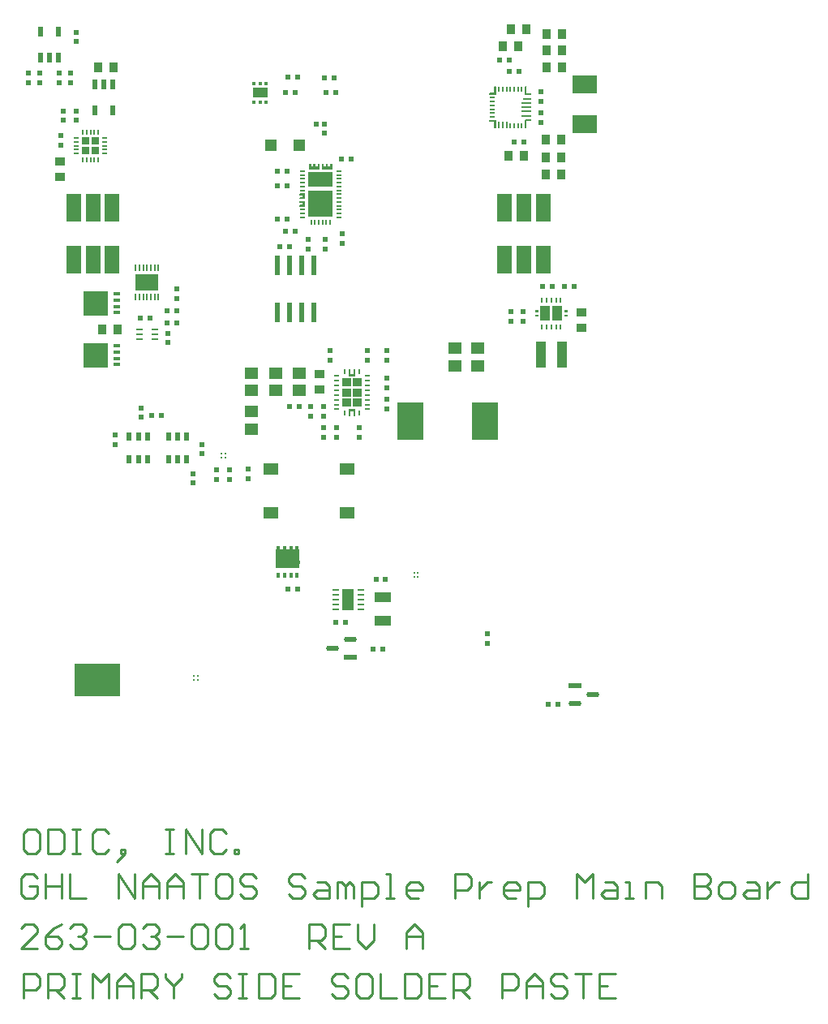
<source format=gtp>
G04*
G04 #@! TF.GenerationSoftware,Altium Limited,Altium Designer,24.9.1 (31)*
G04*
G04 Layer_Color=8421504*
%FSLAX44Y44*%
%MOMM*%
G71*
G04*
G04 #@! TF.SameCoordinates,6C7A866E-41A3-4D12-9BD4-ECE58917465C*
G04*
G04*
G04 #@! TF.FilePolarity,Positive*
G04*
G01*
G75*
%ADD18C,0.2540*%
%ADD19C,0.2000*%
%ADD20R,0.6000X0.9000*%
%ADD21R,0.3000X0.4500*%
%ADD22R,1.6000X1.0000*%
%ADD23R,0.6000X2.0000*%
%ADD24R,0.6000X0.6000*%
%ADD25R,0.6000X0.6000*%
%ADD26R,2.6500X1.5300*%
%ADD27R,2.6500X2.7200*%
%ADD28R,0.6000X0.2000*%
%ADD29R,0.4000X0.2000*%
%ADD30R,0.2000X0.4000*%
%ADD31R,0.2000X0.6000*%
%ADD32R,1.2500X1.2500*%
%ADD33R,1.0000X0.9500*%
%ADD34R,0.2040X0.7064*%
%ADD35R,2.3876X1.7018*%
%ADD36R,0.7112X0.2540*%
%ADD37R,1.3000X2.2000*%
%ADD38R,0.7000X0.4000*%
%ADD39R,2.5100X2.5500*%
%ADD40R,1.8000X1.0000*%
%ADD41R,1.3552X0.5625*%
G04:AMPARAMS|DCode=42|XSize=1.3552mm|YSize=0.5625mm|CornerRadius=0.2812mm|HoleSize=0mm|Usage=FLASHONLY|Rotation=180.000|XOffset=0mm|YOffset=0mm|HoleType=Round|Shape=RoundedRectangle|*
%AMROUNDEDRECTD42*
21,1,1.3552,0.0000,0,0,180.0*
21,1,0.7928,0.5625,0,0,180.0*
1,1,0.5625,-0.3964,0.0000*
1,1,0.5625,0.3964,0.0000*
1,1,0.5625,0.3964,0.0000*
1,1,0.5625,-0.3964,0.0000*
%
%ADD42ROUNDEDRECTD42*%
%ADD43R,0.2400X0.6000*%
%ADD44R,2.5000X1.9000*%
%ADD45R,0.9500X1.0000*%
%ADD46R,2.7500X4.0000*%
%ADD47R,0.6000X0.2400*%
%ADD48R,0.5000X1.0056*%
%ADD49R,1.0000X2.7000*%
%ADD50R,1.4500X1.1500*%
%ADD51R,0.3500X0.5000*%
%ADD52R,1.6000X3.0000*%
%ADD53R,1.5500X1.3000*%
%ADD54R,4.7000X3.4300*%
%ADD55R,0.6000X0.2000*%
%ADD56R,0.2000X0.7000*%
%ADD57R,0.2000X0.6500*%
%ADD58R,0.2000X0.6800*%
%ADD59R,1.0000X0.2000*%
%ADD60R,0.9500X0.2000*%
%ADD61R,0.8000X0.2500*%
%ADD62R,0.7000X0.2500*%
%ADD63R,0.9000X1.0000*%
G36*
X521312Y696188D02*
Y688188D01*
X520812Y687688D01*
X514813D01*
X514313Y688188D01*
Y689188D01*
X514813Y689688D01*
X519313D01*
Y696188D01*
X519813Y696688D01*
X520812D01*
X521312Y696188D01*
D02*
G37*
G36*
X553312Y696188D02*
Y689188D01*
X557812D01*
X558312Y688688D01*
Y687688D01*
X557812Y687188D01*
X551813Y687188D01*
X551312Y687688D01*
X551312Y696188D01*
X551813Y696688D01*
X552812D01*
X553312Y696188D01*
D02*
G37*
G36*
X558312Y661688D02*
Y660688D01*
X557812Y660188D01*
X553312D01*
Y653188D01*
X552812Y652688D01*
X551813D01*
X551312Y653188D01*
X551312Y661688D01*
X551813Y662188D01*
X557812Y662188D01*
X558312Y661688D01*
D02*
G37*
G36*
X520812D02*
X521312Y661188D01*
X521312Y653188D01*
X520812Y652688D01*
X519813D01*
X519313Y653188D01*
Y659688D01*
X514813D01*
X514313Y660188D01*
X514313Y661188D01*
X514813Y661688D01*
X520812Y661688D01*
D02*
G37*
G36*
X107000Y635500D02*
X99000D01*
Y643500D01*
X107000D01*
Y635500D01*
D02*
G37*
G36*
X97000D02*
X89000D01*
Y643500D01*
X97000D01*
Y635500D01*
D02*
G37*
G36*
X107000Y625500D02*
X99000D01*
Y633500D01*
X107000D01*
Y625500D01*
D02*
G37*
G36*
X97000D02*
X89000D01*
Y633500D01*
X97000D01*
Y625500D01*
D02*
G37*
G36*
X350795Y615426D02*
Y610426D01*
X350295Y609926D01*
X339765D01*
X339265Y610426D01*
Y612926D01*
X339265Y615426D01*
X339765Y615926D01*
X340765Y615926D01*
X341265Y615426D01*
X341265Y613176D01*
X341765Y612676D01*
X343265D01*
X343765Y613176D01*
Y615426D01*
X344265Y615926D01*
X345265Y615926D01*
X345765Y615426D01*
X345765Y613176D01*
X346265Y612676D01*
X347765D01*
X348265Y613176D01*
Y615426D01*
X348765Y615926D01*
X350295Y615926D01*
X350795Y615426D01*
D02*
G37*
G36*
X336765Y615926D02*
X337265Y615426D01*
X337265Y612926D01*
Y610426D01*
X336765Y609926D01*
X326235D01*
X325735Y610426D01*
Y615426D01*
X326235Y615926D01*
X327765Y615926D01*
X328265Y615426D01*
Y613176D01*
X328765Y612676D01*
X330265D01*
X330765Y613176D01*
X330765Y615426D01*
X331265Y615926D01*
X332265Y615926D01*
X332765Y615426D01*
Y613176D01*
X333265Y612676D01*
X334765D01*
X335265Y613176D01*
Y615426D01*
X335765Y615926D01*
X336765Y615926D01*
D02*
G37*
G36*
X351015Y605776D02*
Y593276D01*
X350515Y592776D01*
X339815D01*
X339315Y593276D01*
Y605776D01*
X339815Y606276D01*
X350515D01*
X351015Y605776D01*
D02*
G37*
G36*
X337215D02*
Y593276D01*
X336715Y592776D01*
X326015D01*
X325515Y593276D01*
Y605776D01*
X326015Y606276D01*
X336715D01*
X337215Y605776D01*
D02*
G37*
G36*
X322265Y584426D02*
Y579426D01*
X321765Y578926D01*
X316765D01*
X316265Y579426D01*
Y580426D01*
X316765Y580926D01*
X319015Y580926D01*
X319515Y581426D01*
Y582426D01*
X319015Y582926D01*
X316765Y582926D01*
X316265Y583426D01*
Y584426D01*
X316765Y584926D01*
X321765D01*
X322265Y584426D01*
D02*
G37*
G36*
X351015Y586776D02*
Y575776D01*
X350515Y575276D01*
X339815D01*
X339315Y575776D01*
Y586776D01*
X339815Y587276D01*
X350515D01*
X351015Y586776D01*
D02*
G37*
G36*
X337215D02*
Y575776D01*
X336715Y575276D01*
X326015D01*
X325515Y575776D01*
Y586776D01*
X326015Y587276D01*
X336715D01*
X337215Y586776D01*
D02*
G37*
G36*
X322265Y576426D02*
X322265Y571426D01*
X321765Y570926D01*
X316765D01*
X316265Y571426D01*
Y572426D01*
X316765Y572926D01*
X319015Y572926D01*
X319515Y573426D01*
Y574426D01*
X319015Y574926D01*
X316765Y574926D01*
X316265Y575426D01*
Y576426D01*
X316765Y576926D01*
X321765D01*
X322265Y576426D01*
D02*
G37*
G36*
X351015Y572776D02*
Y561776D01*
X350515Y561276D01*
X339815D01*
X339315Y561776D01*
Y572776D01*
X339815Y573276D01*
X350515D01*
X351015Y572776D01*
D02*
G37*
G36*
X337215D02*
Y561776D01*
X336715Y561276D01*
X326015D01*
X325515Y561776D01*
Y572776D01*
X326015Y573276D01*
X336715D01*
X337215Y572776D01*
D02*
G37*
G36*
X115203Y482240D02*
X115295Y482212D01*
X115381Y482167D01*
X115456Y482105D01*
X115517Y482031D01*
X115562Y481945D01*
X115590Y481853D01*
X115600Y481757D01*
Y471493D01*
X115590Y471397D01*
X115562Y471305D01*
X115517Y471219D01*
X115456Y471144D01*
X115381Y471083D01*
X115295Y471038D01*
X115203Y471009D01*
X115106Y471000D01*
X109044D01*
X108947Y471009D01*
X108855Y471038D01*
X108769Y471083D01*
X108695Y471144D01*
X108633Y471219D01*
X108588Y471305D01*
X108560Y471397D01*
X108550Y471493D01*
Y481757D01*
X108560Y481853D01*
X108588Y481945D01*
X108633Y482031D01*
X108695Y482105D01*
X108769Y482167D01*
X108855Y482212D01*
X108947Y482240D01*
X109044Y482250D01*
X115106D01*
X115203Y482240D01*
D02*
G37*
G36*
X106153D02*
X106245Y482212D01*
X106331Y482167D01*
X106405Y482105D01*
X106467Y482031D01*
X106512Y481945D01*
X106540Y481853D01*
X106550Y481757D01*
Y471493D01*
X106540Y471397D01*
X106512Y471305D01*
X106467Y471219D01*
X106405Y471144D01*
X106331Y471083D01*
X106245Y471038D01*
X106153Y471009D01*
X106056Y471000D01*
X99993D01*
X99897Y471009D01*
X99805Y471038D01*
X99719Y471083D01*
X99645Y471144D01*
X99583Y471219D01*
X99538Y471305D01*
X99509Y471397D01*
X99500Y471493D01*
Y481757D01*
X99509Y481853D01*
X99538Y481945D01*
X99583Y482031D01*
X99645Y482105D01*
X99719Y482167D01*
X99805Y482212D01*
X99897Y482240D01*
X99993Y482250D01*
X106056D01*
X106153Y482240D01*
D02*
G37*
G36*
X596000Y461000D02*
X592500D01*
Y463500D01*
X596000D01*
Y461000D01*
D02*
G37*
G36*
X565500D02*
X562000D01*
Y463500D01*
X565500D01*
Y461000D01*
D02*
G37*
G36*
X115203Y468991D02*
X115295Y468963D01*
X115381Y468917D01*
X115456Y468856D01*
X115517Y468781D01*
X115562Y468695D01*
X115590Y468603D01*
X115600Y468507D01*
Y458244D01*
X115590Y458147D01*
X115562Y458055D01*
X115517Y457969D01*
X115456Y457895D01*
X115381Y457833D01*
X115295Y457788D01*
X115203Y457760D01*
X115106Y457750D01*
X109044D01*
X108947Y457760D01*
X108855Y457788D01*
X108769Y457833D01*
X108695Y457895D01*
X108633Y457969D01*
X108588Y458055D01*
X108560Y458147D01*
X108550Y458244D01*
Y468507D01*
X108560Y468603D01*
X108588Y468695D01*
X108633Y468781D01*
X108695Y468856D01*
X108769Y468917D01*
X108855Y468963D01*
X108947Y468991D01*
X109044Y469000D01*
X115106D01*
X115203Y468991D01*
D02*
G37*
G36*
X106153D02*
X106245Y468963D01*
X106331Y468917D01*
X106405Y468856D01*
X106467Y468781D01*
X106512Y468695D01*
X106540Y468603D01*
X106550Y468507D01*
Y458244D01*
X106540Y458147D01*
X106512Y458055D01*
X106467Y457969D01*
X106405Y457895D01*
X106331Y457833D01*
X106245Y457788D01*
X106153Y457760D01*
X106056Y457750D01*
X99993D01*
X99897Y457760D01*
X99805Y457788D01*
X99719Y457833D01*
X99645Y457895D01*
X99583Y457969D01*
X99538Y458055D01*
X99509Y458147D01*
X99500Y458244D01*
Y468507D01*
X99509Y468603D01*
X99538Y468695D01*
X99583Y468781D01*
X99645Y468856D01*
X99719Y468917D01*
X99805Y468963D01*
X99897Y468991D01*
X99993Y469000D01*
X106056D01*
X106153Y468991D01*
D02*
G37*
G36*
X596000Y456000D02*
X592500D01*
Y458500D01*
X596000D01*
Y456000D01*
D02*
G37*
G36*
X565500D02*
X562000D01*
Y458500D01*
X565500D01*
Y456000D01*
D02*
G37*
G36*
X590600Y452250D02*
X580000D01*
Y467250D01*
X590600D01*
Y452250D01*
D02*
G37*
G36*
X578000D02*
X567400D01*
Y467250D01*
X578000D01*
Y452250D01*
D02*
G37*
G36*
X115203Y428241D02*
X115295Y428213D01*
X115381Y428167D01*
X115456Y428106D01*
X115517Y428031D01*
X115562Y427945D01*
X115590Y427853D01*
X115600Y427757D01*
Y417494D01*
X115590Y417397D01*
X115562Y417305D01*
X115517Y417219D01*
X115456Y417145D01*
X115381Y417083D01*
X115295Y417038D01*
X115203Y417010D01*
X115106Y417000D01*
X109044D01*
X108947Y417010D01*
X108855Y417038D01*
X108769Y417083D01*
X108695Y417145D01*
X108633Y417219D01*
X108588Y417305D01*
X108560Y417397D01*
X108550Y417494D01*
Y427757D01*
X108560Y427853D01*
X108588Y427945D01*
X108633Y428031D01*
X108695Y428106D01*
X108769Y428167D01*
X108855Y428213D01*
X108947Y428241D01*
X109044Y428250D01*
X115106D01*
X115203Y428241D01*
D02*
G37*
G36*
X106153D02*
X106245Y428213D01*
X106331Y428167D01*
X106405Y428106D01*
X106467Y428031D01*
X106512Y427945D01*
X106540Y427853D01*
X106550Y427757D01*
Y417494D01*
X106540Y417397D01*
X106512Y417305D01*
X106467Y417219D01*
X106405Y417145D01*
X106331Y417083D01*
X106245Y417038D01*
X106153Y417010D01*
X106056Y417000D01*
X99993D01*
X99897Y417010D01*
X99805Y417038D01*
X99719Y417083D01*
X99645Y417145D01*
X99583Y417219D01*
X99538Y417305D01*
X99509Y417397D01*
X99500Y417494D01*
Y427757D01*
X99509Y427853D01*
X99538Y427945D01*
X99583Y428031D01*
X99645Y428106D01*
X99719Y428167D01*
X99805Y428213D01*
X99897Y428241D01*
X99993Y428250D01*
X106056D01*
X106153Y428241D01*
D02*
G37*
G36*
X115203Y414991D02*
X115295Y414963D01*
X115381Y414917D01*
X115456Y414855D01*
X115517Y414781D01*
X115562Y414695D01*
X115590Y414603D01*
X115600Y414506D01*
Y404244D01*
X115590Y404147D01*
X115562Y404055D01*
X115517Y403969D01*
X115456Y403895D01*
X115381Y403833D01*
X115295Y403788D01*
X115203Y403759D01*
X115106Y403750D01*
X109044D01*
X108947Y403759D01*
X108855Y403788D01*
X108769Y403833D01*
X108695Y403895D01*
X108633Y403969D01*
X108588Y404055D01*
X108560Y404147D01*
X108550Y404244D01*
Y414506D01*
X108560Y414603D01*
X108588Y414695D01*
X108633Y414781D01*
X108695Y414855D01*
X108769Y414917D01*
X108855Y414963D01*
X108947Y414991D01*
X109044Y415000D01*
X115106D01*
X115203Y414991D01*
D02*
G37*
G36*
X106153D02*
X106245Y414963D01*
X106331Y414917D01*
X106405Y414855D01*
X106467Y414781D01*
X106512Y414695D01*
X106540Y414603D01*
X106550Y414506D01*
Y404244D01*
X106540Y404147D01*
X106512Y404055D01*
X106467Y403969D01*
X106405Y403895D01*
X106331Y403833D01*
X106245Y403788D01*
X106153Y403759D01*
X106056Y403750D01*
X99993D01*
X99897Y403759D01*
X99805Y403788D01*
X99719Y403833D01*
X99645Y403895D01*
X99583Y403969D01*
X99538Y404055D01*
X99509Y404147D01*
X99500Y404244D01*
Y414506D01*
X99509Y414603D01*
X99538Y414695D01*
X99583Y414781D01*
X99645Y414855D01*
X99719Y414917D01*
X99805Y414963D01*
X99897Y414991D01*
X99993Y415000D01*
X106056D01*
X106153Y414991D01*
D02*
G37*
G36*
X374749Y401001D02*
Y394251D01*
X374249Y393751D01*
X367749D01*
X367249Y394251D01*
Y401001D01*
X367749Y401501D01*
X368749D01*
X369249Y401001D01*
Y396251D01*
X372749D01*
Y401001D01*
X373249Y401501D01*
X374249D01*
X374749Y401001D01*
D02*
G37*
G36*
X380789Y391740D02*
X380885Y391711D01*
X380973Y391664D01*
X381051Y391601D01*
X381114Y391523D01*
X381161Y391435D01*
X381190Y391339D01*
X381200Y391240D01*
Y383760D01*
X381190Y383661D01*
X381161Y383565D01*
X381114Y383477D01*
X381051Y383399D01*
X380973Y383336D01*
X380885Y383289D01*
X380789Y383260D01*
X380690Y383250D01*
X372510D01*
X372411Y383260D01*
X372315Y383289D01*
X372227Y383336D01*
X372149Y383399D01*
X372086Y383477D01*
X372039Y383565D01*
X372010Y383661D01*
X372000Y383760D01*
Y391240D01*
X372010Y391339D01*
X372039Y391435D01*
X372086Y391523D01*
X372149Y391601D01*
X372227Y391664D01*
X372315Y391711D01*
X372411Y391740D01*
X372510Y391750D01*
X380690D01*
X380789Y391740D01*
D02*
G37*
G36*
X369590D02*
X369685Y391711D01*
X369773Y391664D01*
X369851Y391601D01*
X369914Y391523D01*
X369961Y391435D01*
X369990Y391339D01*
X370000Y391240D01*
Y383760D01*
X369990Y383661D01*
X369961Y383565D01*
X369914Y383477D01*
X369851Y383399D01*
X369773Y383336D01*
X369685Y383289D01*
X369590Y383260D01*
X369490Y383250D01*
X361310D01*
X361211Y383260D01*
X361115Y383289D01*
X361027Y383336D01*
X360949Y383399D01*
X360886Y383477D01*
X360839Y383565D01*
X360810Y383661D01*
X360800Y383760D01*
Y391240D01*
X360810Y391339D01*
X360839Y391435D01*
X360886Y391523D01*
X360949Y391601D01*
X361027Y391664D01*
X361115Y391711D01*
X361211Y391740D01*
X361310Y391750D01*
X369490D01*
X369590Y391740D01*
D02*
G37*
G36*
X380789Y381240D02*
X380885Y381211D01*
X380973Y381164D01*
X381051Y381101D01*
X381114Y381023D01*
X381161Y380935D01*
X381190Y380839D01*
X381200Y380740D01*
Y373260D01*
X381190Y373161D01*
X381161Y373065D01*
X381114Y372977D01*
X381051Y372899D01*
X380973Y372836D01*
X380885Y372789D01*
X380789Y372760D01*
X380690Y372750D01*
X372510D01*
X372411Y372760D01*
X372315Y372789D01*
X372227Y372836D01*
X372149Y372899D01*
X372086Y372977D01*
X372039Y373065D01*
X372010Y373161D01*
X372000Y373260D01*
Y380740D01*
X372010Y380839D01*
X372039Y380935D01*
X372086Y381023D01*
X372149Y381101D01*
X372227Y381164D01*
X372315Y381211D01*
X372411Y381240D01*
X372510Y381250D01*
X380690D01*
X380789Y381240D01*
D02*
G37*
G36*
X369590D02*
X369685Y381211D01*
X369773Y381164D01*
X369851Y381101D01*
X369914Y381023D01*
X369961Y380935D01*
X369990Y380839D01*
X370000Y380740D01*
Y373260D01*
X369990Y373161D01*
X369961Y373065D01*
X369914Y372977D01*
X369851Y372899D01*
X369773Y372836D01*
X369685Y372789D01*
X369590Y372760D01*
X369490Y372750D01*
X361310D01*
X361211Y372760D01*
X361115Y372789D01*
X361027Y372836D01*
X360949Y372899D01*
X360886Y372977D01*
X360839Y373065D01*
X360810Y373161D01*
X360800Y373260D01*
Y380740D01*
X360810Y380839D01*
X360839Y380935D01*
X360886Y381023D01*
X360949Y381101D01*
X361027Y381164D01*
X361115Y381211D01*
X361211Y381240D01*
X361310Y381250D01*
X369490D01*
X369590Y381240D01*
D02*
G37*
G36*
X380789Y370740D02*
X380885Y370711D01*
X380973Y370664D01*
X381051Y370601D01*
X381114Y370523D01*
X381161Y370435D01*
X381190Y370339D01*
X381200Y370240D01*
Y362760D01*
X381190Y362660D01*
X381161Y362565D01*
X381114Y362477D01*
X381051Y362399D01*
X380973Y362336D01*
X380885Y362289D01*
X380789Y362260D01*
X380690Y362250D01*
X372510D01*
X372411Y362260D01*
X372315Y362289D01*
X372227Y362336D01*
X372149Y362399D01*
X372086Y362477D01*
X372039Y362565D01*
X372010Y362660D01*
X372000Y362760D01*
Y370240D01*
X372010Y370339D01*
X372039Y370435D01*
X372086Y370523D01*
X372149Y370601D01*
X372227Y370664D01*
X372315Y370711D01*
X372411Y370740D01*
X372510Y370750D01*
X380690D01*
X380789Y370740D01*
D02*
G37*
G36*
X369590D02*
X369685Y370711D01*
X369773Y370664D01*
X369851Y370601D01*
X369914Y370523D01*
X369961Y370435D01*
X369990Y370339D01*
X370000Y370240D01*
Y362760D01*
X369990Y362660D01*
X369961Y362565D01*
X369914Y362477D01*
X369851Y362399D01*
X369773Y362336D01*
X369685Y362289D01*
X369590Y362260D01*
X369490Y362250D01*
X361310D01*
X361211Y362260D01*
X361115Y362289D01*
X361027Y362336D01*
X360949Y362399D01*
X360886Y362477D01*
X360839Y362565D01*
X360810Y362660D01*
X360800Y362760D01*
Y370240D01*
X360810Y370339D01*
X360839Y370435D01*
X360886Y370523D01*
X360949Y370601D01*
X361027Y370664D01*
X361115Y370711D01*
X361211Y370740D01*
X361310Y370750D01*
X369490D01*
X369590Y370740D01*
D02*
G37*
G36*
X374749Y359749D02*
Y352999D01*
X374249Y352499D01*
X373249D01*
X372749Y352999D01*
Y357749D01*
X369249D01*
Y352999D01*
X368749Y352499D01*
X367749D01*
X367249Y352999D01*
Y359749D01*
X367749Y360249D01*
X374249D01*
X374749Y359749D01*
D02*
G37*
G36*
X316250Y201750D02*
X317000D01*
Y198250D01*
X316250D01*
Y193750D01*
X291750D01*
Y198250D01*
X291000D01*
Y201750D01*
X291750D01*
Y213500D01*
X316250D01*
Y201750D01*
D02*
G37*
D18*
X28364Y-255180D02*
Y-229788D01*
X41060D01*
X45292Y-234021D01*
Y-242484D01*
X41060Y-246716D01*
X28364D01*
X53756Y-255180D02*
Y-229788D01*
X66452D01*
X70684Y-234021D01*
Y-242484D01*
X66452Y-246716D01*
X53756D01*
X62220D02*
X70684Y-255180D01*
X79148Y-229788D02*
X87612D01*
X83380D01*
Y-255180D01*
X79148D01*
X87612D01*
X100308D02*
Y-229788D01*
X108772Y-238253D01*
X117235Y-229788D01*
Y-255180D01*
X125699D02*
Y-238253D01*
X134163Y-229788D01*
X142627Y-238253D01*
Y-255180D01*
Y-242484D01*
X125699D01*
X151091Y-255180D02*
Y-229788D01*
X163787D01*
X168019Y-234021D01*
Y-242484D01*
X163787Y-246716D01*
X151091D01*
X159555D02*
X168019Y-255180D01*
X176483Y-229788D02*
Y-234021D01*
X184947Y-242484D01*
X193411Y-234021D01*
Y-229788D01*
X184947Y-242484D02*
Y-255180D01*
X244195Y-234021D02*
X239963Y-229788D01*
X231499D01*
X227267Y-234021D01*
Y-238253D01*
X231499Y-242484D01*
X239963D01*
X244195Y-246716D01*
Y-250948D01*
X239963Y-255180D01*
X231499D01*
X227267Y-250948D01*
X252658Y-229788D02*
X261122D01*
X256890D01*
Y-255180D01*
X252658D01*
X261122D01*
X273818Y-229788D02*
Y-255180D01*
X286514D01*
X290746Y-250948D01*
Y-234021D01*
X286514Y-229788D01*
X273818D01*
X316138D02*
X299210D01*
Y-255180D01*
X316138D01*
X299210Y-242484D02*
X307674D01*
X366922Y-234021D02*
X362690Y-229788D01*
X354226D01*
X349994Y-234021D01*
Y-238253D01*
X354226Y-242484D01*
X362690D01*
X366922Y-246716D01*
Y-250948D01*
X362690Y-255180D01*
X354226D01*
X349994Y-250948D01*
X388081Y-229788D02*
X379617D01*
X375385Y-234021D01*
Y-250948D01*
X379617Y-255180D01*
X388081D01*
X392313Y-250948D01*
Y-234021D01*
X388081Y-229788D01*
X400777D02*
Y-255180D01*
X417705D01*
X426169Y-229788D02*
Y-255180D01*
X438865D01*
X443097Y-250948D01*
Y-234021D01*
X438865Y-229788D01*
X426169D01*
X468489D02*
X451561D01*
Y-255180D01*
X468489D01*
X451561Y-242484D02*
X460025D01*
X476953Y-255180D02*
Y-229788D01*
X489649D01*
X493880Y-234021D01*
Y-242484D01*
X489649Y-246716D01*
X476953D01*
X485416D02*
X493880Y-255180D01*
X527736D02*
Y-229788D01*
X540432D01*
X544664Y-234021D01*
Y-242484D01*
X540432Y-246716D01*
X527736D01*
X553128Y-255180D02*
Y-238253D01*
X561592Y-229788D01*
X570056Y-238253D01*
Y-255180D01*
Y-242484D01*
X553128D01*
X595448Y-234021D02*
X591216Y-229788D01*
X582752D01*
X578520Y-234021D01*
Y-238253D01*
X582752Y-242484D01*
X591216D01*
X595448Y-246716D01*
Y-250948D01*
X591216Y-255180D01*
X582752D01*
X578520Y-250948D01*
X603912Y-229788D02*
X620839D01*
X612375D01*
Y-255180D01*
X646231Y-229788D02*
X629303D01*
Y-255180D01*
X646231D01*
X629303Y-242484D02*
X637767D01*
X40860Y-78511D02*
X32396D01*
X28164Y-82743D01*
Y-99670D01*
X32396Y-103902D01*
X40860D01*
X45092Y-99670D01*
Y-82743D01*
X40860Y-78511D01*
X53556D02*
Y-103902D01*
X66252D01*
X70484Y-99670D01*
Y-82743D01*
X66252Y-78511D01*
X53556D01*
X78948D02*
X87412D01*
X83180D01*
Y-103902D01*
X78948D01*
X87412D01*
X117036Y-82743D02*
X112803Y-78511D01*
X104340D01*
X100108Y-82743D01*
Y-99670D01*
X104340Y-103902D01*
X112803D01*
X117036Y-99670D01*
X129731Y-108134D02*
X133963Y-103902D01*
Y-99670D01*
X129731D01*
Y-103902D01*
X133963D01*
X129731Y-108134D01*
X125499Y-112366D01*
X176283Y-78511D02*
X184747D01*
X180515D01*
Y-103902D01*
X176283D01*
X184747D01*
X197443D02*
Y-78511D01*
X214371Y-103902D01*
Y-78511D01*
X239762Y-82743D02*
X235530Y-78511D01*
X227067D01*
X222835Y-82743D01*
Y-99670D01*
X227067Y-103902D01*
X235530D01*
X239762Y-99670D01*
X248226Y-103902D02*
Y-99670D01*
X252458D01*
Y-103902D01*
X248226D01*
X42345Y-129868D02*
X38114Y-125636D01*
X29650D01*
X25418Y-129868D01*
Y-146796D01*
X29650Y-151028D01*
X38114D01*
X42345Y-146796D01*
Y-138332D01*
X33882D01*
X50809Y-125636D02*
Y-151028D01*
Y-138332D01*
X67737D01*
Y-125636D01*
Y-151028D01*
X76201Y-125636D02*
Y-151028D01*
X93129D01*
X126985D02*
Y-125636D01*
X143913Y-151028D01*
Y-125636D01*
X152377Y-151028D02*
Y-134100D01*
X160841Y-125636D01*
X169305Y-134100D01*
Y-151028D01*
Y-138332D01*
X152377D01*
X177768Y-151028D02*
Y-134100D01*
X186232Y-125636D01*
X194696Y-134100D01*
Y-151028D01*
Y-138332D01*
X177768D01*
X203160Y-125636D02*
X220088D01*
X211624D01*
Y-151028D01*
X241248Y-125636D02*
X232784D01*
X228552Y-129868D01*
Y-146796D01*
X232784Y-151028D01*
X241248D01*
X245480Y-146796D01*
Y-129868D01*
X241248Y-125636D01*
X270872Y-129868D02*
X266640Y-125636D01*
X258176D01*
X253944Y-129868D01*
Y-134100D01*
X258176Y-138332D01*
X266640D01*
X270872Y-142564D01*
Y-146796D01*
X266640Y-151028D01*
X258176D01*
X253944Y-146796D01*
X321655Y-129868D02*
X317423Y-125636D01*
X308959D01*
X304727Y-129868D01*
Y-134100D01*
X308959Y-138332D01*
X317423D01*
X321655Y-142564D01*
Y-146796D01*
X317423Y-151028D01*
X308959D01*
X304727Y-146796D01*
X334351Y-134100D02*
X342815D01*
X347047Y-138332D01*
Y-151028D01*
X334351D01*
X330119Y-146796D01*
X334351Y-142564D01*
X347047D01*
X355511Y-151028D02*
Y-134100D01*
X359743D01*
X363975Y-138332D01*
Y-151028D01*
Y-138332D01*
X368207Y-134100D01*
X372439Y-138332D01*
Y-151028D01*
X380903Y-159492D02*
Y-134100D01*
X393599D01*
X397831Y-138332D01*
Y-146796D01*
X393599Y-151028D01*
X380903D01*
X406295D02*
X414759D01*
X410527D01*
Y-125636D01*
X406295D01*
X440150Y-151028D02*
X431686D01*
X427454Y-146796D01*
Y-138332D01*
X431686Y-134100D01*
X440150D01*
X444382Y-138332D01*
Y-142564D01*
X427454D01*
X478238Y-151028D02*
Y-125636D01*
X490934D01*
X495166Y-129868D01*
Y-138332D01*
X490934Y-142564D01*
X478238D01*
X503630Y-134100D02*
Y-151028D01*
Y-142564D01*
X507862Y-138332D01*
X512094Y-134100D01*
X516326D01*
X541717Y-151028D02*
X533254D01*
X529022Y-146796D01*
Y-138332D01*
X533254Y-134100D01*
X541717D01*
X545950Y-138332D01*
Y-142564D01*
X529022D01*
X554413Y-159492D02*
Y-134100D01*
X567109D01*
X571341Y-138332D01*
Y-146796D01*
X567109Y-151028D01*
X554413D01*
X605197D02*
Y-125636D01*
X613661Y-134100D01*
X622125Y-125636D01*
Y-151028D01*
X634821Y-134100D02*
X643285D01*
X647517Y-138332D01*
Y-151028D01*
X634821D01*
X630589Y-146796D01*
X634821Y-142564D01*
X647517D01*
X655981Y-151028D02*
X664445D01*
X660213D01*
Y-134100D01*
X655981D01*
X677140Y-151028D02*
Y-134100D01*
X689836D01*
X694068Y-138332D01*
Y-151028D01*
X727924Y-125636D02*
Y-151028D01*
X740620D01*
X744852Y-146796D01*
Y-142564D01*
X740620Y-138332D01*
X727924D01*
X740620D01*
X744852Y-134100D01*
Y-129868D01*
X740620Y-125636D01*
X727924D01*
X757548Y-151028D02*
X766012D01*
X770244Y-146796D01*
Y-138332D01*
X766012Y-134100D01*
X757548D01*
X753316Y-138332D01*
Y-146796D01*
X757548Y-151028D01*
X782940Y-134100D02*
X791404D01*
X795636Y-138332D01*
Y-151028D01*
X782940D01*
X778708Y-146796D01*
X782940Y-142564D01*
X795636D01*
X804099Y-134100D02*
Y-151028D01*
Y-142564D01*
X808331Y-138332D01*
X812563Y-134100D01*
X816795D01*
X846419Y-125636D02*
Y-151028D01*
X833723D01*
X829491Y-146796D01*
Y-138332D01*
X833723Y-134100D01*
X846419D01*
X42732Y-203110D02*
X25804D01*
X42732Y-186182D01*
Y-181950D01*
X38500Y-177719D01*
X30036D01*
X25804Y-181950D01*
X68124Y-177719D02*
X59660Y-181950D01*
X51196Y-190415D01*
Y-198878D01*
X55428Y-203110D01*
X63892D01*
X68124Y-198878D01*
Y-194646D01*
X63892Y-190415D01*
X51196D01*
X76588Y-181950D02*
X80820Y-177719D01*
X89284D01*
X93516Y-181950D01*
Y-186182D01*
X89284Y-190415D01*
X85052D01*
X89284D01*
X93516Y-194646D01*
Y-198878D01*
X89284Y-203110D01*
X80820D01*
X76588Y-198878D01*
X101980Y-190415D02*
X118907D01*
X127371Y-181950D02*
X131603Y-177719D01*
X140067D01*
X144299Y-181950D01*
Y-198878D01*
X140067Y-203110D01*
X131603D01*
X127371Y-198878D01*
Y-181950D01*
X152763D02*
X156995Y-177719D01*
X165459D01*
X169691Y-181950D01*
Y-186182D01*
X165459Y-190415D01*
X161227D01*
X165459D01*
X169691Y-194646D01*
Y-198878D01*
X165459Y-203110D01*
X156995D01*
X152763Y-198878D01*
X178155Y-190415D02*
X195083D01*
X203547Y-181950D02*
X207779Y-177719D01*
X216243D01*
X220475Y-181950D01*
Y-198878D01*
X216243Y-203110D01*
X207779D01*
X203547Y-198878D01*
Y-181950D01*
X228939D02*
X233171Y-177719D01*
X241634D01*
X245866Y-181950D01*
Y-198878D01*
X241634Y-203110D01*
X233171D01*
X228939Y-198878D01*
Y-181950D01*
X254330Y-203110D02*
X262794D01*
X258562D01*
Y-177719D01*
X254330Y-181950D01*
X326274Y-203110D02*
Y-177719D01*
X338970D01*
X343202Y-181950D01*
Y-190415D01*
X338970Y-194646D01*
X326274D01*
X334738D02*
X343202Y-203110D01*
X368593Y-177719D02*
X351666D01*
Y-203110D01*
X368593D01*
X351666Y-190415D02*
X360130D01*
X377057Y-177719D02*
Y-194646D01*
X385521Y-203110D01*
X393985Y-194646D01*
Y-177719D01*
X427841Y-203110D02*
Y-186182D01*
X436305Y-177719D01*
X444769Y-186182D01*
Y-203110D01*
Y-190415D01*
X427841D01*
D19*
X210000Y77000D02*
D03*
X206000D02*
D03*
X210000Y81000D02*
D03*
X206000D02*
D03*
X235000Y313000D02*
D03*
X239000D02*
D03*
X235000Y309000D02*
D03*
X239000D02*
D03*
X435999Y189000D02*
D03*
X440000D02*
D03*
X435999Y185000D02*
D03*
X440000D02*
D03*
D20*
X138500Y331000D02*
D03*
X148000D02*
D03*
X157500D02*
D03*
Y307000D02*
D03*
X148000D02*
D03*
X138500D02*
D03*
X179500Y331000D02*
D03*
X189000D02*
D03*
X198500D02*
D03*
Y307000D02*
D03*
X189000D02*
D03*
X179500D02*
D03*
D21*
X275000Y699750D02*
D03*
Y680250D02*
D03*
X281500Y699750D02*
D03*
Y680250D02*
D03*
X268500Y699750D02*
D03*
Y680250D02*
D03*
D22*
X275000Y690000D02*
D03*
D23*
X306000Y510000D02*
D03*
X318700D02*
D03*
X306000Y461000D02*
D03*
X318700D02*
D03*
X293300Y510000D02*
D03*
X331400D02*
D03*
X293300Y461000D02*
D03*
X331400D02*
D03*
D24*
X306000Y529000D02*
D03*
X296000D02*
D03*
X312000Y545000D02*
D03*
X302000D02*
D03*
X370000Y621000D02*
D03*
X360000D02*
D03*
X303265Y592926D02*
D03*
X293265D02*
D03*
X178000Y462000D02*
D03*
X188000D02*
D03*
X162000Y353000D02*
D03*
X172000D02*
D03*
X150000Y455000D02*
D03*
X160000D02*
D03*
X396000Y182000D02*
D03*
X406000D02*
D03*
X354000Y137000D02*
D03*
X364000D02*
D03*
X403000Y109000D02*
D03*
X393000D02*
D03*
X352000Y705000D02*
D03*
X342000D02*
D03*
X304000Y706000D02*
D03*
X314000D02*
D03*
X550312Y638688D02*
D03*
X540312D02*
D03*
X525312Y723688D02*
D03*
X535312D02*
D03*
X293250Y558000D02*
D03*
X303250D02*
D03*
X302000Y690000D02*
D03*
X312000D02*
D03*
X354000D02*
D03*
X344000D02*
D03*
X293265Y607926D02*
D03*
X303265D02*
D03*
X316000Y362000D02*
D03*
X306000D02*
D03*
X593000Y487500D02*
D03*
X603000D02*
D03*
X570000D02*
D03*
X580000D02*
D03*
X304000Y172000D02*
D03*
X314000D02*
D03*
X586000Y52000D02*
D03*
X576000D02*
D03*
X535312Y711688D02*
D03*
X545312D02*
D03*
X178000Y450000D02*
D03*
X188000D02*
D03*
D25*
X361000Y543000D02*
D03*
Y533000D02*
D03*
X67000Y645000D02*
D03*
Y635000D02*
D03*
X83000Y753000D02*
D03*
Y743000D02*
D03*
X188000Y485000D02*
D03*
Y475000D02*
D03*
X230000Y296000D02*
D03*
Y286000D02*
D03*
X243000Y296000D02*
D03*
Y286000D02*
D03*
X263000Y297000D02*
D03*
Y287000D02*
D03*
X512000Y125000D02*
D03*
Y115000D02*
D03*
X205000Y292500D02*
D03*
Y282500D02*
D03*
X214000Y313000D02*
D03*
Y323000D02*
D03*
X151000Y351000D02*
D03*
Y361000D02*
D03*
X124000Y323000D02*
D03*
Y333000D02*
D03*
X537000Y451500D02*
D03*
Y461500D02*
D03*
X33000Y710000D02*
D03*
Y700000D02*
D03*
X65000Y710000D02*
D03*
Y700000D02*
D03*
X343000Y537000D02*
D03*
Y527000D02*
D03*
X325000Y537000D02*
D03*
Y527000D02*
D03*
X45000Y700000D02*
D03*
Y710000D02*
D03*
X77000Y700000D02*
D03*
Y710000D02*
D03*
X342500Y657000D02*
D03*
Y648000D02*
D03*
X333500Y657000D02*
D03*
X407000Y392000D02*
D03*
Y382000D02*
D03*
Y370000D02*
D03*
Y360000D02*
D03*
X328000Y352000D02*
D03*
Y362000D02*
D03*
X379000Y330000D02*
D03*
Y340000D02*
D03*
X550000Y461500D02*
D03*
Y451500D02*
D03*
X407000Y421000D02*
D03*
Y411000D02*
D03*
X341000Y340000D02*
D03*
Y330000D02*
D03*
Y362000D02*
D03*
Y352000D02*
D03*
X355000Y340000D02*
D03*
Y330000D02*
D03*
X387000Y411000D02*
D03*
Y421000D02*
D03*
X348000D02*
D03*
Y411000D02*
D03*
X70000Y671000D02*
D03*
Y661000D02*
D03*
X83000D02*
D03*
Y671000D02*
D03*
X568312Y668688D02*
D03*
Y658688D02*
D03*
Y680688D02*
D03*
Y690688D02*
D03*
X179000Y429000D02*
D03*
Y439000D02*
D03*
D26*
X338265Y599526D02*
D03*
D27*
Y574276D02*
D03*
D28*
X319265Y559926D02*
D03*
Y563926D02*
D03*
Y567926D02*
D03*
Y587926D02*
D03*
Y591926D02*
D03*
Y595926D02*
D03*
Y599926D02*
D03*
Y603926D02*
D03*
Y607926D02*
D03*
X357265D02*
D03*
Y603926D02*
D03*
Y599926D02*
D03*
Y595926D02*
D03*
Y591926D02*
D03*
Y587926D02*
D03*
Y583926D02*
D03*
Y579926D02*
D03*
Y575926D02*
D03*
Y571926D02*
D03*
Y567926D02*
D03*
Y563926D02*
D03*
Y559926D02*
D03*
X112500Y630500D02*
D03*
X83500Y634500D02*
D03*
X112500D02*
D03*
X83500Y638500D02*
D03*
X112500D02*
D03*
X83500Y630500D02*
D03*
Y642500D02*
D03*
X112500D02*
D03*
X83500Y626500D02*
D03*
X112500D02*
D03*
D29*
X320265Y571926D02*
D03*
Y575926D02*
D03*
Y579926D02*
D03*
Y583926D02*
D03*
D30*
X327265Y611926D02*
D03*
X331765D02*
D03*
X336265D02*
D03*
X340265D02*
D03*
X344765D02*
D03*
X349265D02*
D03*
D31*
X348265Y554926D02*
D03*
X344265D02*
D03*
X340265D02*
D03*
X336265D02*
D03*
X332265D02*
D03*
X328265D02*
D03*
X98000Y649000D02*
D03*
Y620000D02*
D03*
X94000Y649000D02*
D03*
X102000D02*
D03*
X94000Y620000D02*
D03*
X102000D02*
D03*
X90000Y649000D02*
D03*
X106000D02*
D03*
X90000Y620000D02*
D03*
X106000D02*
D03*
X548312Y693688D02*
D03*
X544313D02*
D03*
X540312D02*
D03*
X536312D02*
D03*
X532313D02*
D03*
X528312D02*
D03*
X524313D02*
D03*
X536312Y655688D02*
D03*
X540312D02*
D03*
X544313D02*
D03*
X548312D02*
D03*
D32*
X316000Y635000D02*
D03*
X286000D02*
D03*
D33*
X66000Y602000D02*
D03*
Y618000D02*
D03*
X337000Y396000D02*
D03*
Y380000D02*
D03*
X611000Y460500D02*
D03*
Y444500D02*
D03*
D34*
X169000Y506962D02*
D03*
X165000D02*
D03*
X161000D02*
D03*
X157000D02*
D03*
X153000D02*
D03*
X149000D02*
D03*
X145000D02*
D03*
Y477038D02*
D03*
X149000D02*
D03*
X153000D02*
D03*
X157000D02*
D03*
X161000D02*
D03*
X165000D02*
D03*
X169000D02*
D03*
D35*
X157000Y492000D02*
D03*
D36*
X379908Y151000D02*
D03*
Y156000D02*
D03*
Y161000D02*
D03*
Y166000D02*
D03*
Y171000D02*
D03*
X354000D02*
D03*
Y166000D02*
D03*
Y161000D02*
D03*
Y156000D02*
D03*
Y151000D02*
D03*
D37*
X366954Y161000D02*
D03*
D38*
X125500Y406250D02*
D03*
Y412750D02*
D03*
Y419250D02*
D03*
Y425750D02*
D03*
X94500D02*
D03*
Y419250D02*
D03*
Y412750D02*
D03*
Y466750D02*
D03*
Y473250D02*
D03*
Y479750D02*
D03*
X125500D02*
D03*
Y473250D02*
D03*
Y466750D02*
D03*
Y460250D02*
D03*
D39*
X103550Y416000D02*
D03*
Y470000D02*
D03*
D40*
X403000Y138500D02*
D03*
Y163500D02*
D03*
D41*
X369255Y100500D02*
D03*
X603745Y71500D02*
D03*
D42*
X369255Y119500D02*
D03*
X350745Y110000D02*
D03*
X603745Y52500D02*
D03*
X622255Y62000D02*
D03*
D43*
X569000Y445750D02*
D03*
X574000D02*
D03*
X579000D02*
D03*
X584000D02*
D03*
X589000D02*
D03*
Y473750D02*
D03*
X584000D02*
D03*
X579000D02*
D03*
X574000D02*
D03*
X569000D02*
D03*
X363499Y355500D02*
D03*
Y398500D02*
D03*
X378499D02*
D03*
Y355500D02*
D03*
D44*
X614313Y657188D02*
D03*
Y698188D02*
D03*
D45*
X550313Y623688D02*
D03*
X534313D02*
D03*
X106000Y716000D02*
D03*
X122000D02*
D03*
X537000Y756000D02*
D03*
X553000D02*
D03*
X528312Y738688D02*
D03*
X544313D02*
D03*
X589313Y640688D02*
D03*
X573312D02*
D03*
X589313Y622688D02*
D03*
X573312D02*
D03*
X589313Y604688D02*
D03*
X573312D02*
D03*
X590312Y733688D02*
D03*
X574313D02*
D03*
X590312Y716687D02*
D03*
X574313D02*
D03*
X590312Y750687D02*
D03*
X574313D02*
D03*
D46*
X432250Y347000D02*
D03*
X509750D02*
D03*
D47*
X354500Y359501D02*
D03*
Y364501D02*
D03*
Y369501D02*
D03*
Y374501D02*
D03*
Y379501D02*
D03*
Y384501D02*
D03*
Y389501D02*
D03*
Y394501D02*
D03*
X387500D02*
D03*
Y389501D02*
D03*
Y384501D02*
D03*
Y379501D02*
D03*
Y374501D02*
D03*
Y369501D02*
D03*
Y364501D02*
D03*
Y359501D02*
D03*
D48*
X45500Y726472D02*
D03*
X55000D02*
D03*
X64500D02*
D03*
Y753528D02*
D03*
X45500D02*
D03*
X121500Y671472D02*
D03*
X102500D02*
D03*
Y698528D02*
D03*
X112000D02*
D03*
X121500D02*
D03*
D49*
X590000Y416500D02*
D03*
X568000D02*
D03*
D50*
X266000Y357000D02*
D03*
Y339000D02*
D03*
Y379000D02*
D03*
Y397000D02*
D03*
X291000Y379000D02*
D03*
Y397000D02*
D03*
X316000Y379000D02*
D03*
Y397000D02*
D03*
X502436Y405000D02*
D03*
Y423000D02*
D03*
X478436Y405000D02*
D03*
Y423000D02*
D03*
D51*
X294250Y186000D02*
D03*
X300750D02*
D03*
X307250D02*
D03*
X313750D02*
D03*
Y214000D02*
D03*
X307250D02*
D03*
X300750D02*
D03*
X294250D02*
D03*
D52*
X100600Y515850D02*
D03*
Y569850D02*
D03*
X120600Y515850D02*
D03*
X80600D02*
D03*
X120600Y569850D02*
D03*
X80600D02*
D03*
X550600Y515850D02*
D03*
Y569850D02*
D03*
X570600Y515850D02*
D03*
X530600D02*
D03*
X570600Y569850D02*
D03*
X530600D02*
D03*
D53*
X286005Y296820D02*
D03*
Y251820D02*
D03*
X365505D02*
D03*
Y296820D02*
D03*
D54*
X105000Y77000D02*
D03*
D55*
X517313Y684688D02*
D03*
Y680688D02*
D03*
Y676688D02*
D03*
Y672688D02*
D03*
Y668688D02*
D03*
Y664688D02*
D03*
D56*
X524313Y656188D02*
D03*
D57*
X528312Y655938D02*
D03*
D58*
X532313Y656088D02*
D03*
D59*
X553312Y665688D02*
D03*
Y670188D02*
D03*
Y674688D02*
D03*
Y679188D02*
D03*
D60*
X553563Y683688D02*
D03*
D61*
X149500Y443000D02*
D03*
D62*
X149000Y438000D02*
D03*
Y433000D02*
D03*
X165000D02*
D03*
Y438000D02*
D03*
Y443000D02*
D03*
D63*
X126000Y443000D02*
D03*
X110000D02*
D03*
M02*

</source>
